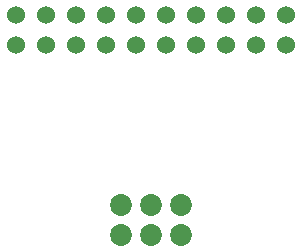
<source format=gbs>
G04 #@! TF.GenerationSoftware,KiCad,Pcbnew,8.0.2-1*
G04 #@! TF.CreationDate,2024-12-21T19:46:59+01:00*
G04 #@! TF.ProjectId,ten_to_six,74656e5f-746f-45f7-9369-782e6b696361,rev?*
G04 #@! TF.SameCoordinates,Original*
G04 #@! TF.FileFunction,Soldermask,Bot*
G04 #@! TF.FilePolarity,Negative*
%FSLAX46Y46*%
G04 Gerber Fmt 4.6, Leading zero omitted, Abs format (unit mm)*
G04 Created by KiCad (PCBNEW 8.0.2-1) date 2024-12-21 19:46:59*
%MOMM*%
%LPD*%
G01*
G04 APERTURE LIST*
%ADD10C,1.524000*%
%ADD11C,1.854000*%
G04 APERTURE END LIST*
D10*
X136652000Y-76843128D03*
X136652000Y-74303128D03*
X134112000Y-76843128D03*
X134112000Y-74303128D03*
X131572000Y-76843128D03*
X131572000Y-74303128D03*
X129032000Y-76843128D03*
X129032000Y-74303128D03*
X126492000Y-76843128D03*
X126492000Y-74303128D03*
X123952000Y-76843128D03*
X123952000Y-74303128D03*
X121412000Y-76843128D03*
X121412000Y-74303128D03*
X118872000Y-76843128D03*
X118872000Y-74303128D03*
X116332000Y-76843128D03*
X116332000Y-74303128D03*
X113792000Y-76843128D03*
X113792000Y-74303128D03*
D11*
X127762000Y-92964000D03*
X127762000Y-90424000D03*
X125222000Y-92964000D03*
X125222000Y-90424000D03*
X122682000Y-92964000D03*
X122682000Y-90424000D03*
M02*

</source>
